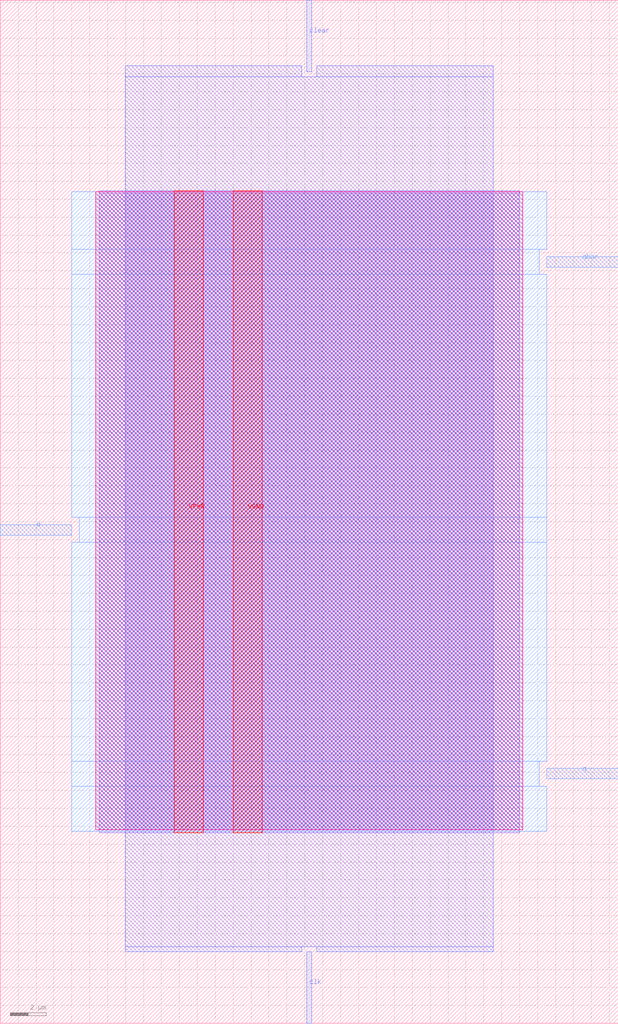
<source format=lef>
VERSION 5.7 ;
  NOWIREEXTENSIONATPIN ON ;
  DIVIDERCHAR "/" ;
  BUSBITCHARS "[]" ;
MACRO dff_behavioral
  CLASS BLOCK ;
  FOREIGN dff_behavioral ;
  ORIGIN 0.000 0.000 ;
  SIZE 34.500 BY 57.120 ;
  PIN VGND
    DIRECTION INOUT ;
    USE GROUND ;
    PORT
      LAYER met4 ;
        RECT 13.020 10.640 14.620 46.480 ;
    END
  END VGND
  PIN VPWR
    DIRECTION INOUT ;
    USE POWER ;
    PORT
      LAYER met4 ;
        RECT 9.720 10.640 11.320 46.480 ;
    END
  END VPWR
  PIN clear
    DIRECTION INPUT ;
    USE SIGNAL ;
    ANTENNAGATEAREA 0.196500 ;
    PORT
      LAYER met2 ;
        RECT 17.110 53.120 17.390 57.120 ;
    END
  END clear
  PIN clk
    DIRECTION INPUT ;
    USE SIGNAL ;
    ANTENNAGATEAREA 0.852000 ;
    PORT
      LAYER met2 ;
        RECT 17.110 0.000 17.390 4.000 ;
    END
  END clk
  PIN d
    DIRECTION INPUT ;
    USE SIGNAL ;
    ANTENNAGATEAREA 0.196500 ;
    PORT
      LAYER met3 ;
        RECT 0.000 27.240 4.000 27.840 ;
    END
  END d
  PIN q
    DIRECTION OUTPUT ;
    USE SIGNAL ;
    ANTENNADIFFAREA 0.340600 ;
    PORT
      LAYER met3 ;
        RECT 30.500 13.640 34.500 14.240 ;
    END
  END q
  PIN qbar
    DIRECTION OUTPUT ;
    USE SIGNAL ;
    ANTENNADIFFAREA 0.340600 ;
    PORT
      LAYER met3 ;
        RECT 30.500 42.200 34.500 42.800 ;
    END
  END qbar
  OBS
      LAYER nwell ;
        RECT 5.330 10.795 29.170 46.430 ;
      LAYER li1 ;
        RECT 5.520 10.795 28.980 46.325 ;
      LAYER met1 ;
        RECT 5.520 10.640 28.980 46.480 ;
      LAYER met2 ;
        RECT 6.990 52.840 16.830 53.450 ;
        RECT 17.670 52.840 27.510 53.450 ;
        RECT 6.990 4.280 27.510 52.840 ;
        RECT 6.990 4.000 16.830 4.280 ;
        RECT 17.670 4.000 27.510 4.280 ;
      LAYER met3 ;
        RECT 4.000 43.200 30.500 46.405 ;
        RECT 4.000 41.800 30.100 43.200 ;
        RECT 4.000 28.240 30.500 41.800 ;
        RECT 4.400 26.840 30.500 28.240 ;
        RECT 4.000 14.640 30.500 26.840 ;
        RECT 4.000 13.240 30.100 14.640 ;
        RECT 4.000 10.715 30.500 13.240 ;
  END
END dff_behavioral
END LIBRARY


</source>
